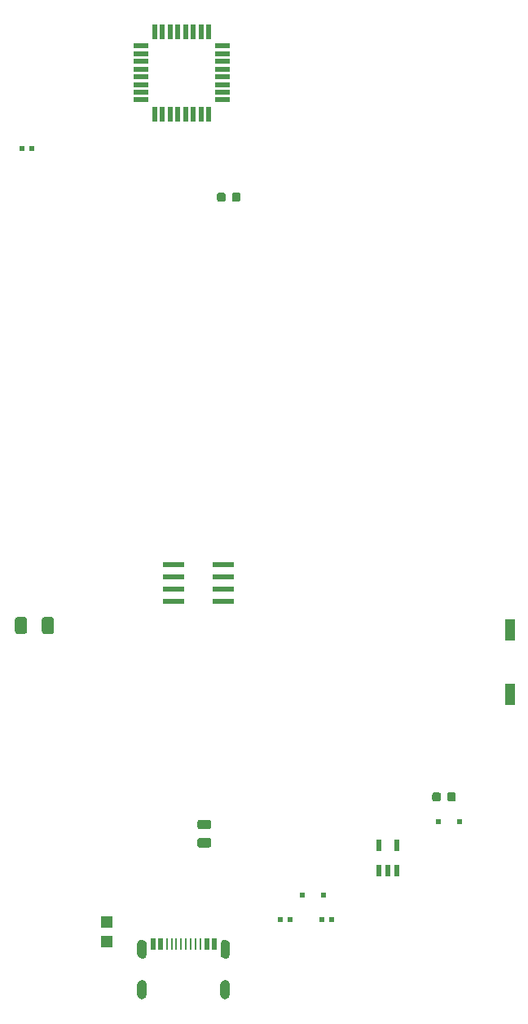
<source format=gbr>
G04 #@! TF.GenerationSoftware,KiCad,Pcbnew,(5.1.10)-1*
G04 #@! TF.CreationDate,2021-10-13T01:49:27-04:00*
G04 #@! TF.ProjectId,ScryptKeeper,53637279-7074-44b6-9565-7065722e6b69,rev?*
G04 #@! TF.SameCoordinates,Original*
G04 #@! TF.FileFunction,Paste,Bot*
G04 #@! TF.FilePolarity,Positive*
%FSLAX46Y46*%
G04 Gerber Fmt 4.6, Leading zero omitted, Abs format (unit mm)*
G04 Created by KiCad (PCBNEW (5.1.10)-1) date 2021-10-13 01:49:27*
%MOMM*%
%LPD*%
G01*
G04 APERTURE LIST*
%ADD10C,0.100000*%
%ADD11R,0.500000X0.500000*%
%ADD12R,0.550000X1.600000*%
%ADD13R,1.600000X0.550000*%
%ADD14R,1.120000X2.160000*%
%ADD15R,1.300000X1.200000*%
%ADD16R,0.575000X1.150000*%
%ADD17R,0.275000X1.150000*%
%ADD18R,0.600000X0.600000*%
%ADD19R,0.550000X1.200000*%
%ADD20R,2.200000X0.600000*%
G04 APERTURE END LIST*
D10*
G36*
X73791000Y-149645800D02*
G01*
X73791000Y-148680600D01*
X73766137Y-148523619D01*
X73693981Y-148382005D01*
X73581595Y-148269619D01*
X73283000Y-148172600D01*
X73098317Y-148209336D01*
X72941750Y-148313950D01*
X72800400Y-148655200D01*
X72800400Y-149671200D01*
X72837136Y-149855883D01*
X72941750Y-150012450D01*
X73283000Y-150153800D01*
X73439981Y-150128937D01*
X73581595Y-150056781D01*
X73693981Y-149944395D01*
X73791000Y-149645800D01*
G37*
G36*
X65142300Y-149633100D02*
G01*
X65142300Y-148667900D01*
X65117437Y-148510919D01*
X65045281Y-148369305D01*
X64932895Y-148256919D01*
X64634300Y-148159900D01*
X64449617Y-148196636D01*
X64293050Y-148301250D01*
X64151700Y-148642500D01*
X64151700Y-149658500D01*
X64188436Y-149843183D01*
X64293050Y-149999750D01*
X64634300Y-150141100D01*
X64791281Y-150116237D01*
X64932895Y-150044081D01*
X65045281Y-149931695D01*
X65142300Y-149633100D01*
G37*
G36*
X65142300Y-153824100D02*
G01*
X65142300Y-152858900D01*
X65117437Y-152701919D01*
X65045281Y-152560305D01*
X64932895Y-152447919D01*
X64634300Y-152350900D01*
X64449617Y-152387636D01*
X64293050Y-152492250D01*
X64151700Y-152833500D01*
X64151700Y-153849500D01*
X64188436Y-154034183D01*
X64293050Y-154190750D01*
X64634300Y-154332100D01*
X64791281Y-154307237D01*
X64932895Y-154235081D01*
X65045281Y-154122695D01*
X65142300Y-153824100D01*
G37*
G36*
X73778300Y-153824100D02*
G01*
X73778300Y-152858900D01*
X73753437Y-152701919D01*
X73681281Y-152560305D01*
X73568895Y-152447919D01*
X73270300Y-152350900D01*
X73085617Y-152387636D01*
X72929050Y-152492250D01*
X72787700Y-152833500D01*
X72787700Y-153849500D01*
X72824436Y-154034183D01*
X72929050Y-154190750D01*
X73270300Y-154332100D01*
X73427281Y-154307237D01*
X73568895Y-154235081D01*
X73681281Y-154122695D01*
X73778300Y-153824100D01*
G37*
D11*
X95420000Y-135890000D03*
X97620000Y-135890000D03*
D12*
X65975000Y-62475000D03*
X66775000Y-62475000D03*
X67575000Y-62475000D03*
X68375000Y-62475000D03*
X69175000Y-62475000D03*
X69975000Y-62475000D03*
X70775000Y-62475000D03*
X71575000Y-62475000D03*
D13*
X73025000Y-61025000D03*
X73025000Y-60225000D03*
X73025000Y-59425000D03*
X73025000Y-58625000D03*
X73025000Y-57825000D03*
X73025000Y-57025000D03*
X73025000Y-56225000D03*
X73025000Y-55425000D03*
D12*
X71575000Y-53975000D03*
X70775000Y-53975000D03*
X69975000Y-53975000D03*
X69175000Y-53975000D03*
X68375000Y-53975000D03*
X67575000Y-53975000D03*
X66775000Y-53975000D03*
X65975000Y-53975000D03*
D13*
X64525000Y-55425000D03*
X64525000Y-56225000D03*
X64525000Y-57025000D03*
X64525000Y-57825000D03*
X64525000Y-58625000D03*
X64525000Y-59425000D03*
X64525000Y-60225000D03*
X64525000Y-61025000D03*
D14*
X102870000Y-122745000D03*
X102870000Y-116015000D03*
D11*
X81280000Y-143510000D03*
X83480000Y-143510000D03*
G36*
G01*
X70645000Y-137610000D02*
X71595000Y-137610000D01*
G75*
G02*
X71845000Y-137860000I0J-250000D01*
G01*
X71845000Y-138360000D01*
G75*
G02*
X71595000Y-138610000I-250000J0D01*
G01*
X70645000Y-138610000D01*
G75*
G02*
X70395000Y-138360000I0J250000D01*
G01*
X70395000Y-137860000D01*
G75*
G02*
X70645000Y-137610000I250000J0D01*
G01*
G37*
G36*
G01*
X70645000Y-135710000D02*
X71595000Y-135710000D01*
G75*
G02*
X71845000Y-135960000I0J-250000D01*
G01*
X71845000Y-136460000D01*
G75*
G02*
X71595000Y-136710000I-250000J0D01*
G01*
X70645000Y-136710000D01*
G75*
G02*
X70395000Y-136460000I0J250000D01*
G01*
X70395000Y-135960000D01*
G75*
G02*
X70645000Y-135710000I250000J0D01*
G01*
G37*
G36*
G01*
X52695000Y-114945000D02*
X52695000Y-116195000D01*
G75*
G02*
X52445000Y-116445000I-250000J0D01*
G01*
X51695000Y-116445000D01*
G75*
G02*
X51445000Y-116195000I0J250000D01*
G01*
X51445000Y-114945000D01*
G75*
G02*
X51695000Y-114695000I250000J0D01*
G01*
X52445000Y-114695000D01*
G75*
G02*
X52695000Y-114945000I0J-250000D01*
G01*
G37*
G36*
G01*
X55495000Y-114945000D02*
X55495000Y-116195000D01*
G75*
G02*
X55245000Y-116445000I-250000J0D01*
G01*
X54495000Y-116445000D01*
G75*
G02*
X54245000Y-116195000I0J250000D01*
G01*
X54245000Y-114945000D01*
G75*
G02*
X54495000Y-114695000I250000J0D01*
G01*
X55245000Y-114695000D01*
G75*
G02*
X55495000Y-114945000I0J-250000D01*
G01*
G37*
D15*
X60960000Y-148336000D03*
X60960000Y-146304000D03*
D16*
X72165000Y-148590000D03*
X71365000Y-148590000D03*
D17*
X70715000Y-148590000D03*
X70215000Y-148590000D03*
X69715000Y-148590000D03*
X69215000Y-148590000D03*
X68715000Y-148590000D03*
X68215000Y-148590000D03*
X67715000Y-148590000D03*
X67215000Y-148590000D03*
D16*
X66565000Y-148590000D03*
X65765000Y-148590000D03*
D18*
X80010000Y-146050000D03*
X78994000Y-146050000D03*
X83312000Y-146050000D03*
X84328000Y-146050000D03*
D19*
X91120000Y-141000100D03*
X90170000Y-141000100D03*
X89220000Y-141000100D03*
X89220000Y-138399900D03*
X91120000Y-138399900D03*
D20*
X67885000Y-111760000D03*
X73085000Y-111760000D03*
X67885000Y-113030000D03*
X67885000Y-110490000D03*
X67885000Y-109220000D03*
X73085000Y-113030000D03*
X73085000Y-110490000D03*
X73085000Y-109220000D03*
D18*
X52197000Y-66040000D03*
X53213000Y-66040000D03*
G36*
G01*
X94800000Y-133600000D02*
X94800000Y-133100000D01*
G75*
G02*
X95025000Y-132875000I225000J0D01*
G01*
X95475000Y-132875000D01*
G75*
G02*
X95700000Y-133100000I0J-225000D01*
G01*
X95700000Y-133600000D01*
G75*
G02*
X95475000Y-133825000I-225000J0D01*
G01*
X95025000Y-133825000D01*
G75*
G02*
X94800000Y-133600000I0J225000D01*
G01*
G37*
G36*
G01*
X96350000Y-133600000D02*
X96350000Y-133100000D01*
G75*
G02*
X96575000Y-132875000I225000J0D01*
G01*
X97025000Y-132875000D01*
G75*
G02*
X97250000Y-133100000I0J-225000D01*
G01*
X97250000Y-133600000D01*
G75*
G02*
X97025000Y-133825000I-225000J0D01*
G01*
X96575000Y-133825000D01*
G75*
G02*
X96350000Y-133600000I0J225000D01*
G01*
G37*
G36*
G01*
X72435000Y-71370000D02*
X72435000Y-70870000D01*
G75*
G02*
X72660000Y-70645000I225000J0D01*
G01*
X73110000Y-70645000D01*
G75*
G02*
X73335000Y-70870000I0J-225000D01*
G01*
X73335000Y-71370000D01*
G75*
G02*
X73110000Y-71595000I-225000J0D01*
G01*
X72660000Y-71595000D01*
G75*
G02*
X72435000Y-71370000I0J225000D01*
G01*
G37*
G36*
G01*
X73985000Y-71370000D02*
X73985000Y-70870000D01*
G75*
G02*
X74210000Y-70645000I225000J0D01*
G01*
X74660000Y-70645000D01*
G75*
G02*
X74885000Y-70870000I0J-225000D01*
G01*
X74885000Y-71370000D01*
G75*
G02*
X74660000Y-71595000I-225000J0D01*
G01*
X74210000Y-71595000D01*
G75*
G02*
X73985000Y-71370000I0J225000D01*
G01*
G37*
M02*

</source>
